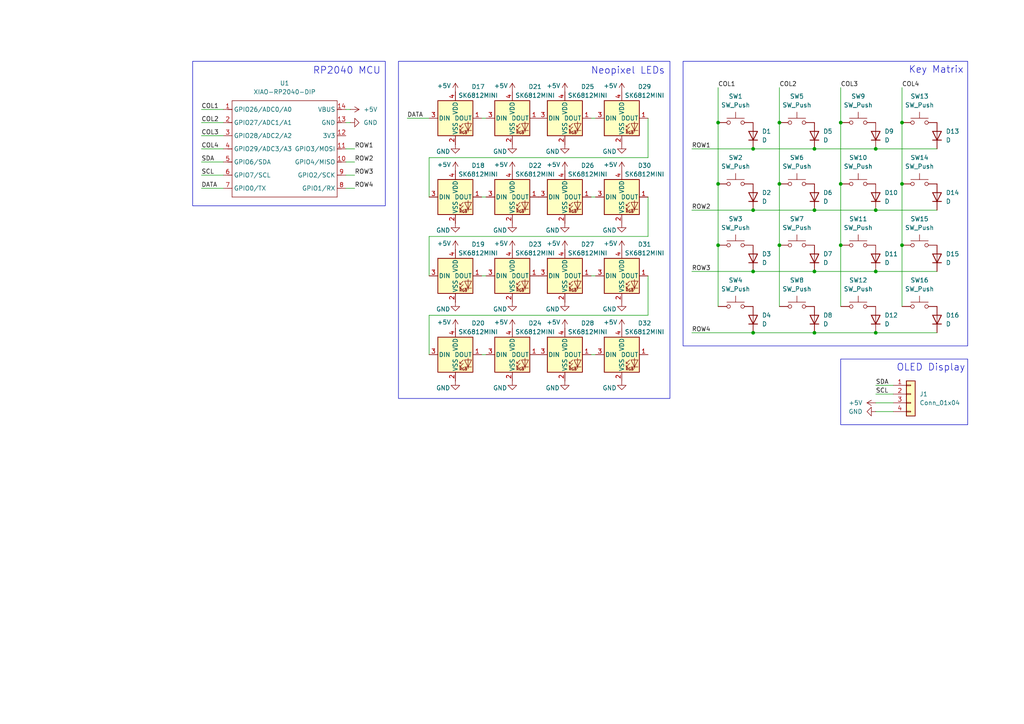
<source format=kicad_sch>
(kicad_sch (version 20250114) (generator "eeschema") (generator_version "9.0")
  (paper "A4")
  (title_block (title "colon3pad") (rev "v1.0"))
  (lib_symbols
    (symbol "Connector_Generic:Conn_01x04" (pin_names (offset 1.016) (hide yes))
      (property "Reference" "J" (at 0 5.08 0))
      (property "Value" "Conn_01x04" (at 0 -7.62 0))
      (symbol "Conn_01x04_1_1"
        (rectangle (start -1.27 3.81) (end 1.27 -6.35) (stroke (width 0.254)) (fill (type background)))
        (rectangle (start -1.27 2.667) (end 0 2.413) (stroke (width 0.1524)))
        (rectangle (start -1.27 0.127) (end 0 -0.127) (stroke (width 0.1524)))
        (rectangle (start -1.27 -2.413) (end 0 -2.667) (stroke (width 0.1524)))
        (rectangle (start -1.27 -4.953) (end 0 -5.207) (stroke (width 0.1524)))
        (pin passive line (at -5.08 2.54 0) (length 3.81) (name "Pin_1") (number "1"))
        (pin passive line (at -5.08 0 0) (length 3.81) (name "Pin_2") (number "2"))
        (pin passive line (at -5.08 -2.54 0) (length 3.81) (name "Pin_3") (number "3"))
        (pin passive line (at -5.08 -5.08 0) (length 3.81) (name "Pin_4") (number "4"))
      )
    )
    (symbol "Diode:1N4148" (pin_numbers (hide yes)) (pin_names (hide yes))
      (property "Reference" "D" (at 0 2.54 0))
      (property "Value" "1N4148" (at 0 -2.54 0))
      (symbol "1N4148_0_1"
        (polyline (pts (xy -1.27 1.27) (xy -1.27 -1.27)) (stroke (width 0.254)))
        (polyline (pts (xy 1.27 1.27) (xy 1.27 -1.27) (xy -1.27 0) (xy 1.27 1.27)) (stroke (width 0.254)))
        (polyline (pts (xy 1.27 0) (xy -1.27 0)))
      )
      (symbol "1N4148_1_1"
        (pin passive line (at -3.81 0 0) (length 2.54) (name "K") (number "1"))
        (pin passive line (at 3.81 0 180) (length 2.54) (name "A") (number "2"))
      )
    )
    (symbol "LED:SK6812MINI" (pin_names (offset 0.254))
      (property "Reference" "D" (at 5.08 5.715 0))
      (property "Value" "SK6812MINI" (at 1.27 -5.715 0))
      (symbol "SK6812MINI_0_0"
        (text "RGB" (at 2.286 -4.191 0) (effects (font (size 0.762 0.762))))
      )
      (symbol "SK6812MINI_0_1"
        (polyline (pts (xy 1.27 -2.54) (xy 1.778 -2.54)))
        (polyline (pts (xy 1.27 -3.556) (xy 1.778 -3.556)))
        (polyline (pts (xy 2.286 -1.524) (xy 1.27 -2.54) (xy 1.27 -2.032)))
        (polyline (pts (xy 2.286 -2.54) (xy 1.27 -3.556) (xy 1.27 -3.048)))
        (polyline (pts (xy 3.683 -1.016) (xy 3.683 -3.556) (xy 3.683 -4.064)))
        (polyline (pts (xy 4.699 -1.524) (xy 2.667 -1.524) (xy 3.683 -3.556) (xy 4.699 -1.524)))
        (polyline (pts (xy 4.699 -3.556) (xy 2.667 -3.556)))
        (rectangle (start 5.08 5.08) (end -5.08 -5.08) (stroke (width 0.254)) (fill (type background)))
      )
      (symbol "SK6812MINI_1_1"
        (pin input line (at -7.62 0 0) (length 2.54) (name "DIN") (number "3"))
        (pin power_in line (at 0 7.62 270) (length 2.54) (name "VDD") (number "4"))
        (pin power_in line (at 0 -7.62 90) (length 2.54) (name "VSS") (number "2"))
        (pin output line (at 7.62 0 180) (length 2.54) (name "DOUT") (number "1"))
      )
    )
    (symbol "OPL:XIAO-RP2040-DIP"
      (property "Reference" "U" (at 0 0 0))
      (property "Value" "XIAO-RP2040-DIP" (at 5.334 -1.778 0))
      (symbol "XIAO-RP2040-DIP_1_0"
        (polyline (pts (xy -1.27 -2.54) (xy 29.21 -2.54)) (stroke (width 0.1524)))
        (polyline (pts (xy -1.27 -5.08) (xy -2.54 -5.08)) (stroke (width 0.1524)))
        (polyline (pts (xy -1.27 -5.08) (xy -1.27 -2.54)) (stroke (width 0.1524)))
        (polyline (pts (xy -1.27 -8.89) (xy -2.54 -8.89)) (stroke (width 0.1524)))
        (polyline (pts (xy -1.27 -8.89) (xy -1.27 -5.08)) (stroke (width 0.1524)))
        (polyline (pts (xy -1.27 -12.7) (xy -2.54 -12.7)) (stroke (width 0.1524)))
        (polyline (pts (xy -1.27 -12.7) (xy -1.27 -8.89)) (stroke (width 0.1524)))
        (polyline (pts (xy -1.27 -16.51) (xy -2.54 -16.51)) (stroke (width 0.1524)))
        (polyline (pts (xy -1.27 -16.51) (xy -1.27 -12.7)) (stroke (width 0.1524)))
        (polyline (pts (xy -1.27 -20.32) (xy -2.54 -20.32)) (stroke (width 0.1524)))
        (polyline (pts (xy -1.27 -24.13) (xy -2.54 -24.13)) (stroke (width 0.1524)))
        (polyline (pts (xy -1.27 -27.94) (xy -2.54 -27.94)) (stroke (width 0.1524)))
        (polyline (pts (xy -1.27 -30.48) (xy -1.27 -16.51)) (stroke (width 0.1524)))
        (polyline (pts (xy 29.21 -2.54) (xy 29.21 -5.08)) (stroke (width 0.1524)))
        (polyline (pts (xy 29.21 -5.08) (xy 29.21 -8.89)) (stroke (width 0.1524)))
        (polyline (pts (xy 29.21 -8.89) (xy 29.21 -12.7)) (stroke (width 0.1524)))
        (polyline (pts (xy 29.21 -12.7) (xy 29.21 -30.48)) (stroke (width 0.1524)))
        (polyline (pts (xy 29.21 -30.48) (xy -1.27 -30.48)) (stroke (width 0.1524)))
        (polyline (pts (xy 30.48 -5.08) (xy 29.21 -5.08)) (stroke (width 0.1524)))
        (polyline (pts (xy 30.48 -8.89) (xy 29.21 -8.89)) (stroke (width 0.1524)))
        (polyline (pts (xy 30.48 -12.7) (xy 29.21 -12.7)) (stroke (width 0.1524)))
        (polyline (pts (xy 30.48 -16.51) (xy 29.21 -16.51)) (stroke (width 0.1524)))
        (polyline (pts (xy 30.48 -20.32) (xy 29.21 -20.32)) (stroke (width 0.1524)))
        (polyline (pts (xy 30.48 -24.13) (xy 29.21 -24.13)) (stroke (width 0.1524)))
        (polyline (pts (xy 30.48 -27.94) (xy 29.21 -27.94)) (stroke (width 0.1524)))
        (pin passive line (at -3.81 -5.08 0) (length 2.54) (name "GPIO26/ADC0/A0") (number "1"))
        (pin passive line (at -3.81 -8.89 0) (length 2.54) (name "GPIO27/ADC1/A1") (number "2"))
        (pin passive line (at -3.81 -12.7 0) (length 2.54) (name "GPIO28/ADC2/A2") (number "3"))
        (pin passive line (at -3.81 -16.51 0) (length 2.54) (name "GPIO29/ADC3/A3") (number "4"))
        (pin passive line (at -3.81 -20.32 0) (length 2.54) (name "GPIO6/SDA") (number "5"))
        (pin passive line (at -3.81 -24.13 0) (length 2.54) (name "GPIO7/SCL") (number "6"))
        (pin passive line (at -3.81 -27.94 0) (length 2.54) (name "GPIO0/TX") (number "7"))
        (pin passive line (at 31.75 -5.08 180) (length 2.54) (name "VBUS") (number "14"))
        (pin passive line (at 31.75 -8.89 180) (length 2.54) (name "GND") (number "13"))
        (pin passive line (at 31.75 -12.7 180) (length 2.54) (name "3V3") (number "12"))
        (pin passive line (at 31.75 -16.51 180) (length 2.54) (name "GPIO3/MOSI") (number "11"))
        (pin passive line (at 31.75 -20.32 180) (length 2.54) (name "GPIO4/MISO") (number "10"))
        (pin passive line (at 31.75 -24.13 180) (length 2.54) (name "GPIO2/SCK") (number "9"))
        (pin passive line (at 31.75 -27.94 180) (length 2.54) (name "GPIO1/RX") (number "8"))
      )
    )
    (symbol "Switch:SW_Push" (pin_numbers (hide yes)) (pin_names (offset 1.016) (hide yes))
      (property "Reference" "SW" (at 1.27 2.54 0))
      (property "Value" "SW_Push" (at 0 -1.524 0))
      (symbol "SW_Push_0_1"
        (circle (center -2.032 0) (radius 0.508))
        (polyline (pts (xy 0 1.27) (xy 0 3.048)))
        (circle (center 2.032 0) (radius 0.508))
        (polyline (pts (xy 2.54 1.27) (xy -2.54 1.27)))
        (pin passive line (at -5.08 0 0) (length 2.54) (name "1") (number "1"))
        (pin passive line (at 5.08 0 180) (length 2.54) (name "2") (number "2"))
      )
    )
    (symbol "power:+5V" (power) (pin_numbers (hide yes)) (pin_names (offset 0) (hide yes))
      (property "Value" "+5V" (at 0 3.556 0))
      (symbol "+5V_0_1"
        (polyline (pts (xy -0.762 1.27) (xy 0 2.54)))
        (polyline (pts (xy 0 2.54) (xy 0.762 1.27)))
        (polyline (pts (xy 0 0) (xy 0 2.54)))
      )
      (symbol "+5V_1_1"
        (pin power_in line (at 0 0 90) (length 0) (name "~") (number "1"))
      )
    )
    (symbol "power:GND" (power) (pin_numbers (hide yes)) (pin_names (offset 0) (hide yes))
      (property "Value" "GND" (at 0 -3.81 0))
      (symbol "GND_0_1"
        (polyline (pts (xy 0 0) (xy 0 -1.27) (xy 1.27 -1.27) (xy 0 -2.54) (xy -1.27 -1.27) (xy 0 -1.27)))
      )
      (symbol "GND_1_1"
        (pin power_in line (at 0 0 270) (length 0) (name "~") (number "1"))
      )
    )
  )
  (rectangle (start 115.57 17.78) (end 194.31 115.57))
  (rectangle (start 55.88 17.78) (end 111.76 59.69))
  (rectangle (start 243.84 104.14) (end 280.67 123.19))
  (rectangle (start 198.12 17.78) (end 280.67 100.33))
  (text "OLED Display\n" (at 270.002 106.68 0) (effects (font (size 2 2))))
  (text "Neopixel LEDs" (at 182.118 20.574 0) (effects (font (size 2 2))))
  (text "Key Matrix" (at 271.526 20.32 0) (effects (font (size 2 2))))
  (text "RP2040 MCU\n" (at 100.584 20.574 0) (effects (font (size 2 2))))
  (junction (at 254 60.96))
  (junction (at 218.44 78.74))
  (junction (at 208.28 53.34))
  (junction (at 236.22 43.18))
  (junction (at 208.28 71.12))
  (junction (at 226.06 71.12))
  (junction (at 218.44 96.52))
  (junction (at 208.28 35.56))
  (junction (at 261.62 71.12))
  (junction (at 243.84 71.12))
  (junction (at 254 43.18))
  (junction (at 218.44 60.96))
  (junction (at 254 78.74))
  (junction (at 236.22 60.96))
  (junction (at 243.84 53.34))
  (junction (at 218.44 43.18))
  (junction (at 261.62 53.34))
  (junction (at 226.06 35.56))
  (junction (at 261.62 35.56))
  (junction (at 236.22 96.52))
  (junction (at 236.22 78.74))
  (junction (at 226.06 53.34))
  (junction (at 243.84 35.56))
  (junction (at 254 96.52))
  (wire (pts (xy 140.97 80.01) (xy 139.7 80.01)))
  (wire (pts (xy 58.42 46.99) (xy 64.77 46.99)))
  (wire (pts (xy 208.28 25.4) (xy 208.28 35.56)))
  (wire (pts (xy 261.62 35.56) (xy 261.62 53.34)))
  (wire (pts (xy 243.84 25.4) (xy 243.84 35.56)))
  (wire (pts (xy 172.72 34.29) (xy 171.45 34.29)))
  (wire (pts (xy 140.97 34.29) (xy 139.7 34.29)))
  (wire (pts (xy 254 111.76) (xy 259.08 111.76)))
  (wire (pts (xy 218.44 43.18) (xy 236.22 43.18)))
  (wire (pts (xy 236.22 43.18) (xy 254 43.18)))
  (wire (pts (xy 187.96 34.29) (xy 187.96 45.72)))
  (wire (pts (xy 208.28 35.56) (xy 208.28 53.34)))
  (wire (pts (xy 100.33 50.8) (xy 102.87 50.8)))
  (wire (pts (xy 58.42 50.8) (xy 64.77 50.8)))
  (wire (pts (xy 58.42 35.56) (xy 64.77 35.56)))
  (wire (pts (xy 100.33 31.75) (xy 101.6 31.75)))
  (wire (pts (xy 236.22 96.52) (xy 254 96.52)))
  (wire (pts (xy 172.72 102.87) (xy 171.45 102.87)))
  (wire (pts (xy 187.96 68.58) (xy 124.46 68.58)))
  (wire (pts (xy 187.96 45.72) (xy 124.46 45.72)))
  (wire (pts (xy 100.33 46.99) (xy 102.87 46.99)))
  (wire (pts (xy 226.06 53.34) (xy 226.06 71.12)))
  (wire (pts (xy 187.96 91.44) (xy 124.46 91.44)))
  (wire (pts (xy 254 96.52) (xy 271.78 96.52)))
  (wire (pts (xy 140.97 57.15) (xy 139.7 57.15)))
  (wire (pts (xy 208.28 71.12) (xy 208.28 88.9)))
  (wire (pts (xy 124.46 91.44) (xy 124.46 102.87)))
  (wire (pts (xy 243.84 53.34) (xy 243.84 71.12)))
  (wire (pts (xy 124.46 45.72) (xy 124.46 57.15)))
  (wire (pts (xy 100.33 54.61) (xy 102.87 54.61)))
  (wire (pts (xy 254 78.74) (xy 271.78 78.74)))
  (wire (pts (xy 254 114.3) (xy 259.08 114.3)))
  (wire (pts (xy 58.42 43.18) (xy 64.77 43.18)))
  (wire (pts (xy 236.22 78.74) (xy 254 78.74)))
  (wire (pts (xy 261.62 53.34) (xy 261.62 71.12)))
  (wire (pts (xy 187.96 57.15) (xy 187.96 68.58)))
  (wire (pts (xy 118.11 34.29) (xy 124.46 34.29)))
  (wire (pts (xy 208.28 53.34) (xy 208.28 71.12)))
  (wire (pts (xy 200.66 96.52) (xy 218.44 96.52)))
  (wire (pts (xy 243.84 35.56) (xy 243.84 53.34)))
  (wire (pts (xy 218.44 60.96) (xy 236.22 60.96)))
  (wire (pts (xy 243.84 71.12) (xy 243.84 88.9)))
  (wire (pts (xy 254 116.84) (xy 259.08 116.84)))
  (wire (pts (xy 100.33 35.56) (xy 101.6 35.56)))
  (wire (pts (xy 226.06 35.56) (xy 226.06 53.34)))
  (wire (pts (xy 58.42 31.75) (xy 64.77 31.75)))
  (wire (pts (xy 58.42 39.37) (xy 64.77 39.37)))
  (wire (pts (xy 236.22 60.96) (xy 254 60.96)))
  (wire (pts (xy 261.62 71.12) (xy 261.62 88.9)))
  (wire (pts (xy 261.62 25.4) (xy 261.62 35.56)))
  (wire (pts (xy 254 119.38) (xy 259.08 119.38)))
  (wire (pts (xy 172.72 57.15) (xy 171.45 57.15)))
  (wire (pts (xy 140.97 102.87) (xy 139.7 102.87)))
  (wire (pts (xy 200.66 60.96) (xy 218.44 60.96)))
  (wire (pts (xy 218.44 78.74) (xy 236.22 78.74)))
  (wire (pts (xy 200.66 43.18) (xy 218.44 43.18)))
  (wire (pts (xy 254 60.96) (xy 271.78 60.96)))
  (wire (pts (xy 200.66 78.74) (xy 218.44 78.74)))
  (wire (pts (xy 187.96 80.01) (xy 187.96 91.44)))
  (wire (pts (xy 100.33 43.18) (xy 102.87 43.18)))
  (wire (pts (xy 124.46 68.58) (xy 124.46 80.01)))
  (wire (pts (xy 58.42 54.61) (xy 64.77 54.61)))
  (wire (pts (xy 218.44 96.52) (xy 236.22 96.52)))
  (wire (pts (xy 254 43.18) (xy 271.78 43.18)))
  (wire (pts (xy 172.72 80.01) (xy 171.45 80.01)))
  (wire (pts (xy 226.06 25.4) (xy 226.06 35.56)))
  (wire (pts (xy 226.06 71.12) (xy 226.06 88.9)))
  (label "ROW1" (at 102.87 43.18 0))
  (label "SCL" (at 254 114.3 0))
  (label "COL1" (at 208.28 25.4 0))
  (label "COL4" (at 261.62 25.4 0))
  (label "ROW2" (at 200.66 60.96 0))
  (label "ROW4" (at 102.87 54.61 0))
  (label "DATA" (at 118.11 34.29 0))
  (label "ROW1" (at 200.66 43.18 0))
  (label "COL4" (at 58.42 43.18 0))
  (label "SDA" (at 254 111.76 0))
  (label "SCL" (at 58.42 50.8 0))
  (label "ROW4" (at 200.66 96.52 0))
  (label "COL3" (at 58.42 39.37 0))
  (label "DATA" (at 58.42 54.61 0))
  (label "ROW3" (at 200.66 78.74 0))
  (label "ROW2" (at 102.87 46.99 0))
  (label "COL1" (at 58.42 31.75 0))
  (label "COL2" (at 226.06 25.4 0))
  (label "COL2" (at 58.42 35.56 0))
  (label "SDA" (at 58.42 46.99 0))
  (label "COL3" (at 243.84 25.4 0))
  (label "ROW3" (at 102.87 50.8 0))
  (symbol (lib_id "power:+5V") (at 163.83 49.53 0) (unit 1)
    (property "Reference" "#PWR017" (effects (hide yes)))
    (property "Value" "+5V" (at 160.528 47.752 0))
    (property "Description" "Power symbol creates a global label with name \"+5V\"" (effects (hide yes)))
  )
  (symbol (lib_id "power:+5V") (at 180.34 72.39 0) (unit 1)
    (property "Reference" "#PWR027" (effects (hide yes)))
    (property "Value" "+5V" (at 177.038 70.612 0))
    (property "Description" "Power symbol creates a global label with name \"+5V\"" (effects (hide yes)))
  )
  (symbol (lib_id "Diode:1N4148") (at 236.22 74.93 90) (unit 1)
    (property "Reference" "D7" (at 238.76 73.6599 90) (effects (justify right)))
    (property "Value" "D" (at 238.76 76.1999 90) (effects (justify right)))
    (property "Footprint" "Diode_THT:D_DO-35_SOD27_P7.62mm_Horizontal" (effects (hide yes)))
    (property "Datasheet" "https://assets.nexperia.com/documents/data-sheet/1N4148_1N4448.pdf" (effects (hide yes)))
    (property "Description" "100V 0.15A standard switching diode, DO-35" (effects (hide yes)))
    (property "Sim.Device" "D" (effects (hide yes)))
    (property "Sim.Pins" "1=K 2=A" (effects (hide yes)))
  )
  (symbol (lib_id "LED:SK6812MINI") (at 148.59 34.29 0) (unit 1)
    (property "Reference" "D21" (at 155.194 25.146 0))
    (property "Value" "SK6812MINI" (at 155.194 27.686 0))
    (property "Footprint" "Keebio-Parts:SK6812-MINI-E" (effects (hide yes)))
    (property "Datasheet" "https://cdn-shop.adafruit.com/product-files/2686/SK6812MINI_REV.01-1-2.pdf" (effects (hide yes)))
    (property "Description" "RGB LED with integrated controller" (effects (hide yes)))
  )
  (symbol (lib_id "Diode:1N4148") (at 254 57.15 90) (unit 1)
    (property "Reference" "D10" (at 256.54 55.8799 90) (effects (justify right)))
    (property "Value" "D" (at 256.54 58.4199 90) (effects (justify right)))
    (property "Footprint" "Diode_THT:D_DO-35_SOD27_P7.62mm_Horizontal" (effects (hide yes)))
    (property "Datasheet" "https://assets.nexperia.com/documents/data-sheet/1N4148_1N4448.pdf" (effects (hide yes)))
    (property "Description" "100V 0.15A standard switching diode, DO-35" (effects (hide yes)))
    (property "Sim.Device" "D" (effects (hide yes)))
    (property "Sim.Pins" "1=K 2=A" (effects (hide yes)))
  )
  (symbol (lib_id "power:+5V") (at 180.34 26.67 0) (unit 1)
    (property "Reference" "#PWR011" (effects (hide yes)))
    (property "Value" "+5V" (at 177.038 24.892 0))
    (property "Description" "Power symbol creates a global label with name \"+5V\"" (effects (hide yes)))
  )
  (symbol (lib_id "Switch:SW_Push") (at 213.36 88.9 0) (unit 1)
    (property "Reference" "SW4" (at 213.36 81.28 0))
    (property "Value" "SW_Push" (at 213.36 83.82 0))
    (property "Footprint" "Switch_Keyboard_Kailh:SW_Kailh_Choc_V2_1.00u" (effects (hide yes)))
    (property "Description" "Push button switch, generic, two pins" (effects (hide yes)))
  )
  (symbol (lib_id "Diode:1N4148") (at 254 74.93 90) (unit 1)
    (property "Reference" "D11" (at 256.54 73.6599 90) (effects (justify right)))
    (property "Value" "D" (at 256.54 76.1999 90) (effects (justify right)))
    (property "Footprint" "Diode_THT:D_DO-35_SOD27_P7.62mm_Horizontal" (effects (hide yes)))
    (property "Datasheet" "https://assets.nexperia.com/documents/data-sheet/1N4148_1N4448.pdf" (effects (hide yes)))
    (property "Description" "100V 0.15A standard switching diode, DO-35" (effects (hide yes)))
    (property "Sim.Device" "D" (effects (hide yes)))
    (property "Sim.Pins" "1=K 2=A" (effects (hide yes)))
  )
  (symbol (lib_id "Switch:SW_Push") (at 213.36 35.56 0) (unit 1)
    (property "Reference" "SW1" (at 213.36 27.94 0))
    (property "Value" "SW_Push" (at 213.36 30.48 0))
    (property "Footprint" "Switch_Keyboard_Kailh:SW_Kailh_Choc_V2_1.00u" (effects (hide yes)))
    (property "Description" "Push button switch, generic, two pins" (effects (hide yes)))
  )
  (symbol (lib_id "Diode:1N4148") (at 271.78 57.15 90) (unit 1)
    (property "Reference" "D14" (at 274.32 55.8799 90) (effects (justify right)))
    (property "Value" "D" (at 274.32 58.4199 90) (effects (justify right)))
    (property "Footprint" "Diode_THT:D_DO-35_SOD27_P7.62mm_Horizontal" (effects (hide yes)))
    (property "Datasheet" "https://assets.nexperia.com/documents/data-sheet/1N4148_1N4448.pdf" (effects (hide yes)))
    (property "Description" "100V 0.15A standard switching diode, DO-35" (effects (hide yes)))
    (property "Sim.Device" "D" (effects (hide yes)))
    (property "Sim.Pins" "1=K 2=A" (effects (hide yes)))
  )
  (symbol (lib_id "Switch:SW_Push") (at 213.36 53.34 0) (unit 1)
    (property "Reference" "SW2" (at 213.36 45.72 0))
    (property "Value" "SW_Push" (at 213.36 48.26 0))
    (property "Footprint" "Switch_Keyboard_Kailh:SW_Kailh_Choc_V2_1.00u" (effects (hide yes)))
    (property "Description" "Push button switch, generic, two pins" (effects (hide yes)))
  )
  (symbol (lib_id "power:GND") (at 163.83 41.91 0) (unit 1)
    (property "Reference" "#PWR010" (effects (hide yes)))
    (property "Value" "GND" (at 160.274 43.942 0))
    (property "Description" "Power symbol creates a global label with name \"GND\" , ground" (effects (hide yes)))
  )
  (symbol (lib_id "OPL:XIAO-RP2040-DIP") (at 68.58 26.67 0) (unit 1)
    (property "Reference" "U1" (at 82.55 24.13 0))
    (property "Value" "XIAO-RP2040-DIP" (at 82.55 26.67 0))
    (property "Footprint" "Module:MOUDLE14P-XIAO-DIP-SMD" (effects (hide yes)))
  )
  (symbol (lib_id "power:GND") (at 180.34 64.77 0) (unit 1)
    (property "Reference" "#PWR020" (effects (hide yes)))
    (property "Value" "GND" (at 176.784 66.802 0))
    (property "Description" "Power symbol creates a global label with name \"GND\" , ground" (effects (hide yes)))
  )
  (symbol (lib_id "LED:SK6812MINI") (at 163.83 80.01 0) (unit 1)
    (property "Reference" "D27" (at 170.434 70.866 0))
    (property "Value" "SK6812MINI" (at 170.434 73.406 0))
    (property "Footprint" "Keebio-Parts:SK6812-MINI-E" (effects (hide yes)))
    (property "Datasheet" "https://cdn-shop.adafruit.com/product-files/2686/SK6812MINI_REV.01-1-2.pdf" (effects (hide yes)))
    (property "Description" "RGB LED with integrated controller" (effects (hide yes)))
  )
  (symbol (lib_id "LED:SK6812MINI") (at 132.08 34.29 0) (unit 1)
    (property "Reference" "D17" (at 138.684 25.146 0))
    (property "Value" "SK6812MINI" (at 138.684 27.686 0))
    (property "Footprint" "Keebio-Parts:SK6812-MINI-E" (effects (hide yes)))
    (property "Datasheet" "https://cdn-shop.adafruit.com/product-files/2686/SK6812MINI_REV.01-1-2.pdf" (effects (hide yes)))
    (property "Description" "RGB LED with integrated controller" (effects (hide yes)))
  )
  (symbol (lib_id "LED:SK6812MINI") (at 132.08 102.87 0) (unit 1)
    (property "Reference" "D20" (at 138.684 93.726 0))
    (property "Value" "SK6812MINI" (at 138.684 96.266 0))
    (property "Footprint" "Keebio-Parts:SK6812-MINI-E" (effects (hide yes)))
    (property "Datasheet" "https://cdn-shop.adafruit.com/product-files/2686/SK6812MINI_REV.01-1-2.pdf" (effects (hide yes)))
    (property "Description" "RGB LED with integrated controller" (effects (hide yes)))
  )
  (symbol (lib_id "Diode:1N4148") (at 271.78 39.37 90) (unit 1)
    (property "Reference" "D13" (at 274.32 38.0999 90) (effects (justify right)))
    (property "Value" "D" (at 274.32 40.6399 90) (effects (justify right)))
    (property "Footprint" "Diode_THT:D_DO-35_SOD27_P7.62mm_Horizontal" (effects (hide yes)))
    (property "Datasheet" "https://assets.nexperia.com/documents/data-sheet/1N4148_1N4448.pdf" (effects (hide yes)))
    (property "Description" "100V 0.15A standard switching diode, DO-35" (effects (hide yes)))
    (property "Sim.Device" "D" (effects (hide yes)))
    (property "Sim.Pins" "1=K 2=A" (effects (hide yes)))
  )
  (symbol (lib_id "power:+5V") (at 254 116.84 90) (unit 1)
    (property "Reference" "#PWR04" (effects (hide yes)))
    (property "Value" "+5V" (at 250.19 116.8399 90) (effects (justify left)))
    (property "Description" "Power symbol creates a global label with name \"+5V\"" (effects (hide yes)))
  )
  (symbol (lib_id "Switch:SW_Push") (at 266.7 35.56 0) (unit 1)
    (property "Reference" "SW13" (at 266.7 27.94 0))
    (property "Value" "SW_Push" (at 266.7 30.48 0))
    (property "Footprint" "Switch_Keyboard_Kailh:SW_Kailh_Choc_V2_1.00u" (effects (hide yes)))
    (property "Description" "Push button switch, generic, two pins" (effects (hide yes)))
  )
  (symbol (lib_id "LED:SK6812MINI") (at 163.83 34.29 0) (unit 1)
    (property "Reference" "D25" (at 170.434 25.146 0))
    (property "Value" "SK6812MINI" (at 170.434 27.686 0))
    (property "Footprint" "Keebio-Parts:SK6812-MINI-E" (effects (hide yes)))
    (property "Datasheet" "https://cdn-shop.adafruit.com/product-files/2686/SK6812MINI_REV.01-1-2.pdf" (effects (hide yes)))
    (property "Description" "RGB LED with integrated controller" (effects (hide yes)))
  )
  (symbol (lib_id "power:GND") (at 163.83 87.63 0) (unit 1)
    (property "Reference" "#PWR026" (effects (hide yes)))
    (property "Value" "GND" (at 160.274 89.662 0))
    (property "Description" "Power symbol creates a global label with name \"GND\" , ground" (effects (hide yes)))
  )
  (symbol (lib_id "LED:SK6812MINI") (at 148.59 102.87 0) (unit 1)
    (property "Reference" "D24" (at 155.194 93.726 0))
    (property "Value" "SK6812MINI" (at 155.194 96.266 0))
    (property "Footprint" "Keebio-Parts:SK6812-MINI-E" (effects (hide yes)))
    (property "Datasheet" "https://cdn-shop.adafruit.com/product-files/2686/SK6812MINI_REV.01-1-2.pdf" (effects (hide yes)))
    (property "Description" "RGB LED with integrated controller" (effects (hide yes)))
  )
  (symbol (lib_id "LED:SK6812MINI") (at 132.08 80.01 0) (unit 1)
    (property "Reference" "D19" (at 138.684 70.866 0))
    (property "Value" "SK6812MINI" (at 138.684 73.406 0))
    (property "Footprint" "Keebio-Parts:SK6812-MINI-E" (effects (hide yes)))
    (property "Datasheet" "https://cdn-shop.adafruit.com/product-files/2686/SK6812MINI_REV.01-1-2.pdf" (effects (hide yes)))
    (property "Description" "RGB LED with integrated controller" (effects (hide yes)))
  )
  (symbol (lib_id "Diode:1N4148") (at 271.78 74.93 90) (unit 1)
    (property "Reference" "D15" (at 274.32 73.6599 90) (effects (justify right)))
    (property "Value" "D" (at 274.32 76.1999 90) (effects (justify right)))
    (property "Footprint" "Diode_THT:D_DO-35_SOD27_P7.62mm_Horizontal" (effects (hide yes)))
    (property "Datasheet" "https://assets.nexperia.com/documents/data-sheet/1N4148_1N4448.pdf" (effects (hide yes)))
    (property "Description" "100V 0.15A standard switching diode, DO-35" (effects (hide yes)))
    (property "Sim.Device" "D" (effects (hide yes)))
    (property "Sim.Pins" "1=K 2=A" (effects (hide yes)))
  )
  (symbol (lib_id "power:+5V") (at 148.59 49.53 0) (unit 1)
    (property "Reference" "#PWR015" (effects (hide yes)))
    (property "Value" "+5V" (at 145.288 47.752 0))
    (property "Description" "Power symbol creates a global label with name \"+5V\"" (effects (hide yes)))
  )
  (symbol (lib_id "Switch:SW_Push") (at 231.14 88.9 0) (unit 1)
    (property "Reference" "SW8" (at 231.14 81.28 0))
    (property "Value" "SW_Push" (at 231.14 83.82 0))
    (property "Footprint" "Switch_Keyboard_Kailh:SW_Kailh_Choc_V2_1.00u" (effects (hide yes)))
    (property "Description" "Push button switch, generic, two pins" (effects (hide yes)))
  )
  (symbol (lib_id "Diode:1N4148") (at 218.44 57.15 90) (unit 1)
    (property "Reference" "D2" (at 220.98 55.8799 90) (effects (justify right)))
    (property "Value" "D" (at 220.98 58.4199 90) (effects (justify right)))
    (property "Footprint" "Diode_THT:D_DO-35_SOD27_P7.62mm_Horizontal" (effects (hide yes)))
    (property "Datasheet" "https://assets.nexperia.com/documents/data-sheet/1N4148_1N4448.pdf" (effects (hide yes)))
    (property "Description" "100V 0.15A standard switching diode, DO-35" (effects (hide yes)))
    (property "Sim.Device" "D" (effects (hide yes)))
    (property "Sim.Pins" "1=K 2=A" (effects (hide yes)))
  )
  (symbol (lib_id "Switch:SW_Push") (at 248.92 53.34 0) (unit 1)
    (property "Reference" "SW10" (at 248.92 45.72 0))
    (property "Value" "SW_Push" (at 248.92 48.26 0))
    (property "Footprint" "Switch_Keyboard_Kailh:SW_Kailh_Choc_V2_1.00u" (effects (hide yes)))
    (property "Description" "Push button switch, generic, two pins" (effects (hide yes)))
  )
  (symbol (lib_id "power:GND") (at 148.59 87.63 0) (unit 1)
    (property "Reference" "#PWR024" (effects (hide yes)))
    (property "Value" "GND" (at 145.034 89.662 0))
    (property "Description" "Power symbol creates a global label with name \"GND\" , ground" (effects (hide yes)))
  )
  (symbol (lib_id "power:GND") (at 180.34 41.91 0) (unit 1)
    (property "Reference" "#PWR012" (effects (hide yes)))
    (property "Value" "GND" (at 176.784 43.942 0))
    (property "Description" "Power symbol creates a global label with name \"GND\" , ground" (effects (hide yes)))
  )
  (symbol (lib_id "LED:SK6812MINI") (at 132.08 57.15 0) (unit 1)
    (property "Reference" "D18" (at 138.684 48.006 0))
    (property "Value" "SK6812MINI" (at 138.684 50.546 0))
    (property "Footprint" "Keebio-Parts:SK6812-MINI-E" (effects (hide yes)))
    (property "Datasheet" "https://cdn-shop.adafruit.com/product-files/2686/SK6812MINI_REV.01-1-2.pdf" (effects (hide yes)))
    (property "Description" "RGB LED with integrated controller" (effects (hide yes)))
  )
  (symbol (lib_id "LED:SK6812MINI") (at 180.34 102.87 0) (unit 1)
    (property "Reference" "D32" (at 186.944 93.726 0))
    (property "Value" "SK6812MINI" (at 186.944 96.266 0))
    (property "Footprint" "Keebio-Parts:SK6812-MINI-E" (effects (hide yes)))
    (property "Datasheet" "https://cdn-shop.adafruit.com/product-files/2686/SK6812MINI_REV.01-1-2.pdf" (effects (hide yes)))
    (property "Description" "RGB LED with integrated controller" (effects (hide yes)))
  )
  (symbol (lib_id "power:GND") (at 101.6 35.56 90) (unit 1)
    (property "Reference" "#PWR02" (effects (hide yes)))
    (property "Value" "GND" (at 105.41 35.5599 90) (effects (justify right)))
    (property "Description" "Power symbol creates a global label with name \"GND\" , ground" (effects (hide yes)))
  )
  (symbol (lib_id "power:GND") (at 180.34 110.49 0) (unit 1)
    (property "Reference" "#PWR036" (effects (hide yes)))
    (property "Value" "GND" (at 176.784 112.522 0))
    (property "Description" "Power symbol creates a global label with name \"GND\" , ground" (effects (hide yes)))
  )
  (symbol (lib_id "Switch:SW_Push") (at 231.14 35.56 0) (unit 1)
    (property "Reference" "SW5" (at 231.14 27.94 0))
    (property "Value" "SW_Push" (at 231.14 30.48 0))
    (property "Footprint" "Switch_Keyboard_Kailh:SW_Kailh_Choc_V2_1.00u" (effects (hide yes)))
    (property "Description" "Push button switch, generic, two pins" (effects (hide yes)))
  )
  (symbol (lib_id "power:+5V") (at 163.83 95.25 0) (unit 1)
    (property "Reference" "#PWR033" (effects (hide yes)))
    (property "Value" "+5V" (at 160.528 93.472 0))
    (property "Description" "Power symbol creates a global label with name \"+5V\"" (effects (hide yes)))
  )
  (symbol (lib_id "Diode:1N4148") (at 218.44 39.37 90) (unit 1)
    (property "Reference" "D1" (at 220.98 38.0999 90) (effects (justify right)))
    (property "Value" "D" (at 220.98 40.6399 90) (effects (justify right)))
    (property "Footprint" "Diode_THT:D_DO-35_SOD27_P7.62mm_Horizontal" (effects (hide yes)))
    (property "Datasheet" "https://assets.nexperia.com/documents/data-sheet/1N4148_1N4448.pdf" (effects (hide yes)))
    (property "Description" "100V 0.15A standard switching diode, DO-35" (effects (hide yes)))
    (property "Sim.Device" "D" (effects (hide yes)))
    (property "Sim.Pins" "1=K 2=A" (effects (hide yes)))
  )
  (symbol (lib_id "Switch:SW_Push") (at 266.7 71.12 0) (unit 1)
    (property "Reference" "SW15" (at 266.7 63.5 0))
    (property "Value" "SW_Push" (at 266.7 66.04 0))
    (property "Footprint" "Switch_Keyboard_Kailh:SW_Kailh_Choc_V2_1.00u" (effects (hide yes)))
    (property "Description" "Push button switch, generic, two pins" (effects (hide yes)))
  )
  (symbol (lib_id "Switch:SW_Push") (at 231.14 53.34 0) (unit 1)
    (property "Reference" "SW6" (at 231.14 45.72 0))
    (property "Value" "SW_Push" (at 231.14 48.26 0))
    (property "Footprint" "Switch_Keyboard_Kailh:SW_Kailh_Choc_V2_1.00u" (effects (hide yes)))
    (property "Description" "Push button switch, generic, two pins" (effects (hide yes)))
  )
  (symbol (lib_id "LED:SK6812MINI") (at 180.34 80.01 0) (unit 1)
    (property "Reference" "D31" (at 186.944 70.866 0))
    (property "Value" "SK6812MINI" (at 186.944 73.406 0))
    (property "Footprint" "Keebio-Parts:SK6812-MINI-E" (effects (hide yes)))
    (property "Datasheet" "https://cdn-shop.adafruit.com/product-files/2686/SK6812MINI_REV.01-1-2.pdf" (effects (hide yes)))
    (property "Description" "RGB LED with integrated controller" (effects (hide yes)))
  )
  (symbol (lib_id "power:+5V") (at 163.83 26.67 0) (unit 1)
    (property "Reference" "#PWR08" (effects (hide yes)))
    (property "Value" "+5V" (at 160.528 24.892 0))
    (property "Description" "Power symbol creates a global label with name \"+5V\"" (effects (hide yes)))
  )
  (symbol (lib_id "Diode:1N4148") (at 254 39.37 90) (unit 1)
    (property "Reference" "D9" (at 256.54 38.0999 90) (effects (justify right)))
    (property "Value" "D" (at 256.54 40.6399 90) (effects (justify right)))
    (property "Footprint" "Diode_THT:D_DO-35_SOD27_P7.62mm_Horizontal" (effects (hide yes)))
    (property "Datasheet" "https://assets.nexperia.com/documents/data-sheet/1N4148_1N4448.pdf" (effects (hide yes)))
    (property "Description" "100V 0.15A standard switching diode, DO-35" (effects (hide yes)))
    (property "Sim.Device" "D" (effects (hide yes)))
    (property "Sim.Pins" "1=K 2=A" (effects (hide yes)))
  )
  (symbol (lib_id "power:GND") (at 163.83 110.49 0) (unit 1)
    (property "Reference" "#PWR034" (effects (hide yes)))
    (property "Value" "GND" (at 160.274 112.522 0))
    (property "Description" "Power symbol creates a global label with name \"GND\" , ground" (effects (hide yes)))
  )
  (symbol (lib_id "LED:SK6812MINI") (at 180.34 57.15 0) (unit 1)
    (property "Reference" "D30" (at 186.944 48.006 0))
    (property "Value" "SK6812MINI" (at 186.944 50.546 0))
    (property "Footprint" "Keebio-Parts:SK6812-MINI-E" (effects (hide yes)))
    (property "Datasheet" "https://cdn-shop.adafruit.com/product-files/2686/SK6812MINI_REV.01-1-2.pdf" (effects (hide yes)))
    (property "Description" "RGB LED with integrated controller" (effects (hide yes)))
  )
  (symbol (lib_id "LED:SK6812MINI") (at 180.34 34.29 0) (unit 1)
    (property "Reference" "D29" (at 186.944 25.146 0))
    (property "Value" "SK6812MINI" (at 186.944 27.686 0))
    (property "Footprint" "Keebio-Parts:SK6812-MINI-E" (effects (hide yes)))
    (property "Datasheet" "https://cdn-shop.adafruit.com/product-files/2686/SK6812MINI_REV.01-1-2.pdf" (effects (hide yes)))
    (property "Description" "RGB LED with integrated controller" (effects (hide yes)))
  )
  (symbol (lib_id "power:+5V") (at 148.59 72.39 0) (unit 1)
    (property "Reference" "#PWR023" (effects (hide yes)))
    (property "Value" "+5V" (at 145.288 70.612 0))
    (property "Description" "Power symbol creates a global label with name \"+5V\"" (effects (hide yes)))
  )
  (symbol (lib_id "Connector_Generic:Conn_01x04") (at 264.16 114.3 0) (unit 1)
    (property "Reference" "J1" (at 266.7 114.2999 0) (effects (justify left)))
    (property "Value" "Conn_01x04" (at 266.7 116.8399 0) (effects (justify left)))
    (property "Footprint" "KiCad-SSD1306-0.91-OLED-4pin-128x32:SSD1306-0.91-OLED-4pin-128x32" (effects (hide yes)))
    (property "Description" "Generic connector, single row, 01x04, script generated (kicad-library-utils/schlib/autogen/connector/)" (effects (hide yes)))
  )
  (symbol (lib_id "Switch:SW_Push") (at 213.36 71.12 0) (unit 1)
    (property "Reference" "SW3" (at 213.36 63.5 0))
    (property "Value" "SW_Push" (at 213.36 66.04 0))
    (property "Footprint" "Switch_Keyboard_Kailh:SW_Kailh_Choc_V2_1.00u" (effects (hide yes)))
    (property "Description" "Push button switch, generic, two pins" (effects (hide yes)))
  )
  (symbol (lib_id "power:GND") (at 132.08 87.63 0) (unit 1)
    (property "Reference" "#PWR022" (effects (hide yes)))
    (property "Value" "GND" (at 128.524 89.662 0))
    (property "Description" "Power symbol creates a global label with name \"GND\" , ground" (effects (hide yes)))
  )
  (symbol (lib_id "power:GND") (at 180.34 87.63 0) (unit 1)
    (property "Reference" "#PWR028" (effects (hide yes)))
    (property "Value" "GND" (at 176.784 89.662 0))
    (property "Description" "Power symbol creates a global label with name \"GND\" , ground" (effects (hide yes)))
  )
  (symbol (lib_id "power:+5V") (at 132.08 95.25 0) (unit 1)
    (property "Reference" "#PWR029" (effects (hide yes)))
    (property "Value" "+5V" (at 128.778 93.472 0))
    (property "Description" "Power symbol creates a global label with name \"+5V\"" (effects (hide yes)))
  )
  (symbol (lib_id "Diode:1N4148") (at 236.22 39.37 90) (unit 1)
    (property "Reference" "D5" (at 238.76 38.0999 90) (effects (justify right)))
    (property "Value" "D" (at 238.76 40.6399 90) (effects (justify right)))
    (property "Footprint" "Diode_THT:D_DO-35_SOD27_P7.62mm_Horizontal" (effects (hide yes)))
    (property "Datasheet" "https://assets.nexperia.com/documents/data-sheet/1N4148_1N4448.pdf" (effects (hide yes)))
    (property "Description" "100V 0.15A standard switching diode, DO-35" (effects (hide yes)))
    (property "Sim.Device" "D" (effects (hide yes)))
    (property "Sim.Pins" "1=K 2=A" (effects (hide yes)))
  )
  (symbol (lib_id "power:+5V") (at 148.59 95.25 0) (unit 1)
    (property "Reference" "#PWR031" (effects (hide yes)))
    (property "Value" "+5V" (at 145.288 93.472 0))
    (property "Description" "Power symbol creates a global label with name \"+5V\"" (effects (hide yes)))
  )
  (symbol (lib_id "LED:SK6812MINI") (at 163.83 102.87 0) (unit 1)
    (property "Reference" "D28" (at 170.434 93.726 0))
    (property "Value" "SK6812MINI" (at 170.434 96.266 0))
    (property "Footprint" "Keebio-Parts:SK6812-MINI-E" (effects (hide yes)))
    (property "Datasheet" "https://cdn-shop.adafruit.com/product-files/2686/SK6812MINI_REV.01-1-2.pdf" (effects (hide yes)))
    (property "Description" "RGB LED with integrated controller" (effects (hide yes)))
  )
  (symbol (lib_id "power:GND") (at 163.83 64.77 0) (unit 1)
    (property "Reference" "#PWR018" (effects (hide yes)))
    (property "Value" "GND" (at 160.274 66.802 0))
    (property "Description" "Power symbol creates a global label with name \"GND\" , ground" (effects (hide yes)))
  )
  (symbol (lib_id "Diode:1N4148") (at 236.22 57.15 90) (unit 1)
    (property "Reference" "D6" (at 238.76 55.8799 90) (effects (justify right)))
    (property "Value" "D" (at 238.76 58.4199 90) (effects (justify right)))
    (property "Footprint" "Diode_THT:D_DO-35_SOD27_P7.62mm_Horizontal" (effects (hide yes)))
    (property "Datasheet" "https://assets.nexperia.com/documents/data-sheet/1N4148_1N4448.pdf" (effects (hide yes)))
    (property "Description" "100V 0.15A standard switching diode, DO-35" (effects (hide yes)))
    (property "Sim.Device" "D" (effects (hide yes)))
    (property "Sim.Pins" "1=K 2=A" (effects (hide yes)))
  )
  (symbol (lib_id "Switch:SW_Push") (at 231.14 71.12 0) (unit 1)
    (property "Reference" "SW7" (at 231.14 63.5 0))
    (property "Value" "SW_Push" (at 231.14 66.04 0))
    (property "Footprint" "Switch_Keyboard_Kailh:SW_Kailh_Choc_V2_1.00u" (effects (hide yes)))
    (property "Description" "Push button switch, generic, two pins" (effects (hide yes)))
  )
  (symbol (lib_id "power:+5V") (at 132.08 49.53 0) (unit 1)
    (property "Reference" "#PWR013" (effects (hide yes)))
    (property "Value" "+5V" (at 128.778 47.752 0))
    (property "Description" "Power symbol creates a global label with name \"+5V\"" (effects (hide yes)))
  )
  (symbol (lib_id "Switch:SW_Push") (at 248.92 88.9 0) (unit 1)
    (property "Reference" "SW12" (at 248.92 81.28 0))
    (property "Value" "SW_Push" (at 248.92 83.82 0))
    (property "Footprint" "Switch_Keyboard_Kailh:SW_Kailh_Choc_V2_1.00u" (effects (hide yes)))
    (property "Description" "Push button switch, generic, two pins" (effects (hide yes)))
  )
  (symbol (lib_id "power:GND") (at 254 119.38 270) (unit 1)
    (property "Reference" "#PWR03" (effects (hide yes)))
    (property "Value" "GND" (at 250.19 119.3799 90) (effects (justify right)))
    (property "Description" "Power symbol creates a global label with name \"GND\" , ground" (effects (hide yes)))
  )
  (symbol (lib_id "LED:SK6812MINI") (at 163.83 57.15 0) (unit 1)
    (property "Reference" "D26" (at 170.434 48.006 0))
    (property "Value" "SK6812MINI" (at 170.434 50.546 0))
    (property "Footprint" "Keebio-Parts:SK6812-MINI-E" (effects (hide yes)))
    (property "Datasheet" "https://cdn-shop.adafruit.com/product-files/2686/SK6812MINI_REV.01-1-2.pdf" (effects (hide yes)))
    (property "Description" "RGB LED with integrated controller" (effects (hide yes)))
  )
  (symbol (lib_id "Switch:SW_Push") (at 248.92 71.12 0) (unit 1)
    (property "Reference" "SW11" (at 248.92 63.5 0))
    (property "Value" "SW_Push" (at 248.92 66.04 0))
    (property "Footprint" "Switch_Keyboard_Kailh:SW_Kailh_Choc_V2_1.00u" (effects (hide yes)))
    (property "Description" "Push button switch, generic, two pins" (effects (hide yes)))
  )
  (symbol (lib_id "power:+5V") (at 101.6 31.75 270) (unit 1)
    (property "Reference" "#PWR01" (effects (hide yes)))
    (property "Value" "+5V" (at 105.41 31.7499 90) (effects (justify left)))
    (property "Description" "Power symbol creates a global label with name \"+5V\"" (effects (hide yes)))
  )
  (symbol (lib_id "Diode:1N4148") (at 271.78 92.71 90) (unit 1)
    (property "Reference" "D16" (at 274.32 91.4399 90) (effects (justify right)))
    (property "Value" "D" (at 274.32 93.9799 90) (effects (justify right)))
    (property "Footprint" "Diode_THT:D_DO-35_SOD27_P7.62mm_Horizontal" (effects (hide yes)))
    (property "Datasheet" "https://assets.nexperia.com/documents/data-sheet/1N4148_1N4448.pdf" (effects (hide yes)))
    (property "Description" "100V 0.15A standard switching diode, DO-35" (effects (hide yes)))
    (property "Sim.Device" "D" (effects (hide yes)))
    (property "Sim.Pins" "1=K 2=A" (effects (hide yes)))
  )
  (symbol (lib_id "power:+5V") (at 148.59 26.67 0) (unit 1)
    (property "Reference" "#PWR06" (effects (hide yes)))
    (property "Value" "+5V" (at 145.288 24.892 0))
    (property "Description" "Power symbol creates a global label with name \"+5V\"" (effects (hide yes)))
  )
  (symbol (lib_id "power:+5V") (at 163.83 72.39 0) (unit 1)
    (property "Reference" "#PWR025" (effects (hide yes)))
    (property "Value" "+5V" (at 160.528 70.612 0))
    (property "Description" "Power symbol creates a global label with name \"+5V\"" (effects (hide yes)))
  )
  (symbol (lib_id "LED:SK6812MINI") (at 148.59 80.01 0) (unit 1)
    (property "Reference" "D23" (at 155.194 70.866 0))
    (property "Value" "SK6812MINI" (at 155.194 73.406 0))
    (property "Footprint" "Keebio-Parts:SK6812-MINI-E" (effects (hide yes)))
    (property "Datasheet" "https://cdn-shop.adafruit.com/product-files/2686/SK6812MINI_REV.01-1-2.pdf" (effects (hide yes)))
    (property "Description" "RGB LED with integrated controller" (effects (hide yes)))
  )
  (symbol (lib_id "power:+5V") (at 180.34 49.53 0) (unit 1)
    (property "Reference" "#PWR019" (effects (hide yes)))
    (property "Value" "+5V" (at 177.038 47.752 0))
    (property "Description" "Power symbol creates a global label with name \"+5V\"" (effects (hide yes)))
  )
  (symbol (lib_id "power:GND") (at 148.59 41.91 0) (unit 1)
    (property "Reference" "#PWR07" (effects (hide yes)))
    (property "Value" "GND" (at 145.034 43.942 0))
    (property "Description" "Power symbol creates a global label with name \"GND\" , ground" (effects (hide yes)))
  )
  (symbol (lib_id "power:GND") (at 132.08 110.49 0) (unit 1)
    (property "Reference" "#PWR030" (effects (hide yes)))
    (property "Value" "GND" (at 128.524 112.522 0))
    (property "Description" "Power symbol creates a global label with name \"GND\" , ground" (effects (hide yes)))
  )
  (symbol (lib_id "power:GND") (at 132.08 41.91 0) (unit 1)
    (property "Reference" "#PWR05" (effects (hide yes)))
    (property "Value" "GND" (at 128.524 43.942 0))
    (property "Description" "Power symbol creates a global label with name \"GND\" , ground" (effects (hide yes)))
  )
  (symbol (lib_id "Switch:SW_Push") (at 266.7 88.9 0) (unit 1)
    (property "Reference" "SW16" (at 266.7 81.28 0))
    (property "Value" "SW_Push" (at 266.7 83.82 0))
    (property "Footprint" "Switch_Keyboard_Kailh:SW_Kailh_Choc_V2_1.00u" (effects (hide yes)))
    (property "Description" "Push button switch, generic, two pins" (effects (hide yes)))
  )
  (symbol (lib_id "Switch:SW_Push") (at 248.92 35.56 0) (unit 1)
    (property "Reference" "SW9" (at 248.92 27.94 0))
    (property "Value" "SW_Push" (at 248.92 30.48 0))
    (property "Footprint" "Switch_Keyboard_Kailh:SW_Kailh_Choc_V2_1.00u" (effects (hide yes)))
    (property "Description" "Push button switch, generic, two pins" (effects (hide yes)))
  )
  (symbol (lib_id "Diode:1N4148") (at 254 92.71 90) (unit 1)
    (property "Reference" "D12" (at 256.54 91.4399 90) (effects (justify right)))
    (property "Value" "D" (at 256.54 93.9799 90) (effects (justify right)))
    (property "Footprint" "Diode_THT:D_DO-35_SOD27_P7.62mm_Horizontal" (effects (hide yes)))
    (property "Datasheet" "https://assets.nexperia.com/documents/data-sheet/1N4148_1N4448.pdf" (effects (hide yes)))
    (property "Description" "100V 0.15A standard switching diode, DO-35" (effects (hide yes)))
    (property "Sim.Device" "D" (effects (hide yes)))
    (property "Sim.Pins" "1=K 2=A" (effects (hide yes)))
  )
  (symbol (lib_id "power:+5V") (at 132.08 26.67 0) (unit 1)
    (property "Reference" "#PWR09" (effects (hide yes)))
    (property "Value" "+5V" (at 128.778 24.892 0))
    (property "Description" "Power symbol creates a global label with name \"+5V\"" (effects (hide yes)))
  )
  (symbol (lib_id "Diode:1N4148") (at 218.44 92.71 90) (unit 1)
    (property "Reference" "D4" (at 220.98 91.4399 90) (effects (justify right)))
    (property "Value" "D" (at 220.98 93.9799 90) (effects (justify right)))
    (property "Footprint" "Diode_THT:D_DO-35_SOD27_P7.62mm_Horizontal" (effects (hide yes)))
    (property "Datasheet" "https://assets.nexperia.com/documents/data-sheet/1N4148_1N4448.pdf" (effects (hide yes)))
    (property "Description" "100V 0.15A standard switching diode, DO-35" (effects (hide yes)))
    (property "Sim.Device" "D" (effects (hide yes)))
    (property "Sim.Pins" "1=K 2=A" (effects (hide yes)))
  )
  (symbol (lib_id "Diode:1N4148") (at 218.44 74.93 90) (unit 1)
    (property "Reference" "D3" (at 220.98 73.6599 90) (effects (justify right)))
    (property "Value" "D" (at 220.98 76.1999 90) (effects (justify right)))
    (property "Footprint" "Diode_THT:D_DO-35_SOD27_P7.62mm_Horizontal" (effects (hide yes)))
    (property "Datasheet" "https://assets.nexperia.com/documents/data-sheet/1N4148_1N4448.pdf" (effects (hide yes)))
    (property "Description" "100V 0.15A standard switching diode, DO-35" (effects (hide yes)))
    (property "Sim.Device" "D" (effects (hide yes)))
    (property "Sim.Pins" "1=K 2=A" (effects (hide yes)))
  )
  (symbol (lib_id "power:GND") (at 132.08 64.77 0) (unit 1)
    (property "Reference" "#PWR014" (effects (hide yes)))
    (property "Value" "GND" (at 128.524 66.802 0))
    (property "Description" "Power symbol creates a global label with name \"GND\" , ground" (effects (hide yes)))
  )
  (symbol (lib_id "power:GND") (at 148.59 110.49 0) (unit 1)
    (property "Reference" "#PWR032" (effects (hide yes)))
    (property "Value" "GND" (at 145.034 112.522 0))
    (property "Description" "Power symbol creates a global label with name \"GND\" , ground" (effects (hide yes)))
  )
  (symbol (lib_id "power:GND") (at 148.59 64.77 0) (unit 1)
    (property "Reference" "#PWR016" (effects (hide yes)))
    (property "Value" "GND" (at 145.034 66.802 0))
    (property "Description" "Power symbol creates a global label with name \"GND\" , ground" (effects (hide yes)))
  )
  (symbol (lib_id "Switch:SW_Push") (at 266.7 53.34 0) (unit 1)
    (property "Reference" "SW14" (at 266.7 45.72 0))
    (property "Value" "SW_Push" (at 266.7 48.26 0))
    (property "Footprint" "Switch_Keyboard_Kailh:SW_Kailh_Choc_V2_1.00u" (effects (hide yes)))
    (property "Description" "Push button switch, generic, two pins" (effects (hide yes)))
  )
  (symbol (lib_id "LED:SK6812MINI") (at 148.59 57.15 0) (unit 1)
    (property "Reference" "D22" (at 155.194 48.006 0))
    (property "Value" "SK6812MINI" (at 155.194 50.546 0))
    (property "Footprint" "Keebio-Parts:SK6812-MINI-E" (effects (hide yes)))
    (property "Datasheet" "https://cdn-shop.adafruit.com/product-files/2686/SK6812MINI_REV.01-1-2.pdf" (effects (hide yes)))
    (property "Description" "RGB LED with integrated controller" (effects (hide yes)))
  )
  (symbol (lib_id "power:+5V") (at 180.34 95.25 0) (unit 1)
    (property "Reference" "#PWR035" (effects (hide yes)))
    (property "Value" "+5V" (at 177.038 93.472 0))
    (property "Description" "Power symbol creates a global label with name \"+5V\"" (effects (hide yes)))
  )
  (symbol (lib_id "power:+5V") (at 132.08 72.39 0) (unit 1)
    (property "Reference" "#PWR021" (effects (hide yes)))
    (property "Value" "+5V" (at 128.778 70.612 0))
    (property "Description" "Power symbol creates a global label with name \"+5V\"" (effects (hide yes)))
  )
  (symbol (lib_id "Diode:1N4148") (at 236.22 92.71 90) (unit 1)
    (property "Reference" "D8" (at 238.76 91.4399 90) (effects (justify right)))
    (property "Value" "D" (at 238.76 93.9799 90) (effects (justify right)))
    (property "Footprint" "Diode_THT:D_DO-35_SOD27_P7.62mm_Horizontal" (effects (hide yes)))
    (property "Datasheet" "https://assets.nexperia.com/documents/data-sheet/1N4148_1N4448.pdf" (effects (hide yes)))
    (property "Description" "100V 0.15A standard switching diode, DO-35" (effects (hide yes)))
    (property "Sim.Device" "D" (effects (hide yes)))
    (property "Sim.Pins" "1=K 2=A" (effects (hide yes)))
  )
)
</source>
